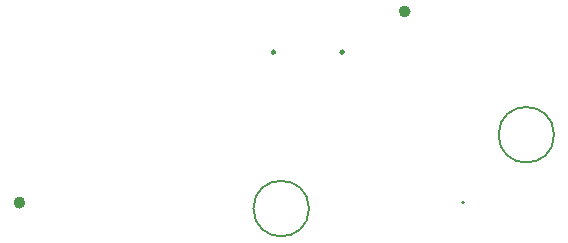
<source format=gbr>
G04 #@! TF.GenerationSoftware,KiCad,Pcbnew,8.0.8-8.0.8-0~ubuntu22.04.1*
G04 #@! TF.CreationDate,2025-02-19T20:45:30+01:00*
G04 #@! TF.ProjectId,kicad_makespace_tutorial,6b696361-645f-46d6-916b-657370616365,v1*
G04 #@! TF.SameCoordinates,Original*
G04 #@! TF.FileFunction,Other,Comment*
%FSLAX46Y46*%
G04 Gerber Fmt 4.6, Leading zero omitted, Abs format (unit mm)*
G04 Created by KiCad (PCBNEW 8.0.8-8.0.8-0~ubuntu22.04.1) date 2025-02-19 20:45:30*
%MOMM*%
%LPD*%
G01*
G04 APERTURE LIST*
%ADD10C,0.500000*%
%ADD11C,0.150000*%
%ADD12C,0.250000*%
%ADD13C,0.200000*%
G04 APERTURE END LIST*
D10*
G04 #@! TO.C,U5*
X8087500Y-18000000D02*
G75*
G02*
X7587500Y-18000000I-250000J0D01*
G01*
X7587500Y-18000000D02*
G75*
G02*
X8087500Y-18000000I250000J0D01*
G01*
D11*
G04 #@! TO.C,H1*
X53100000Y-12250000D02*
G75*
G02*
X48400000Y-12250000I-2350000J0D01*
G01*
X48400000Y-12250000D02*
G75*
G02*
X53100000Y-12250000I2350000J0D01*
G01*
D10*
G04 #@! TO.C,U1*
X40700000Y-1810000D02*
G75*
G02*
X40200000Y-1810000I-250000J0D01*
G01*
X40200000Y-1810000D02*
G75*
G02*
X40700000Y-1810000I250000J0D01*
G01*
D12*
G04 #@! TO.C,USBC1*
X29470000Y-5262500D02*
G75*
G02*
X29230000Y-5262500I-120000J0D01*
G01*
X29230000Y-5262500D02*
G75*
G02*
X29470000Y-5262500I120000J0D01*
G01*
X35270000Y-5262500D02*
G75*
G02*
X35030000Y-5262500I-120000J0D01*
G01*
X35030000Y-5262500D02*
G75*
G02*
X35270000Y-5262500I120000J0D01*
G01*
D11*
G04 #@! TO.C,H3*
X32350000Y-18500000D02*
G75*
G02*
X27650000Y-18500000I-2350000J0D01*
G01*
X27650000Y-18500000D02*
G75*
G02*
X32350000Y-18500000I2350000J0D01*
G01*
D13*
G04 #@! TO.C,U4*
X45500000Y-17990000D02*
G75*
G02*
X45300000Y-17990000I-100000J0D01*
G01*
X45300000Y-17990000D02*
G75*
G02*
X45500000Y-17990000I100000J0D01*
G01*
G04 #@! TD*
M02*

</source>
